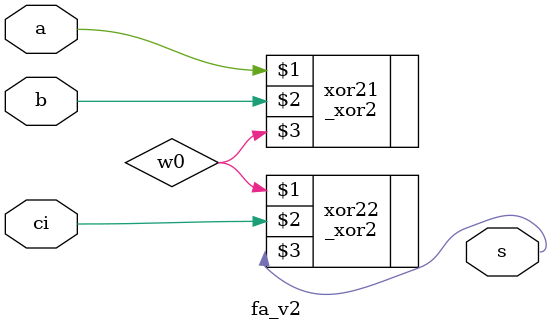
<source format=v>
module fa_v2(a, b, ci, s);		//Full Adder Module
	input a, b, ci;				//input define
	output s;						//output define
	
	_xor2 xor21(a, b, w0);		//Use XOR gate
	_xor2 xor22(w0, ci, s);		//Use XOR gate
	
endmodule							//Full Adder Module End

</source>
